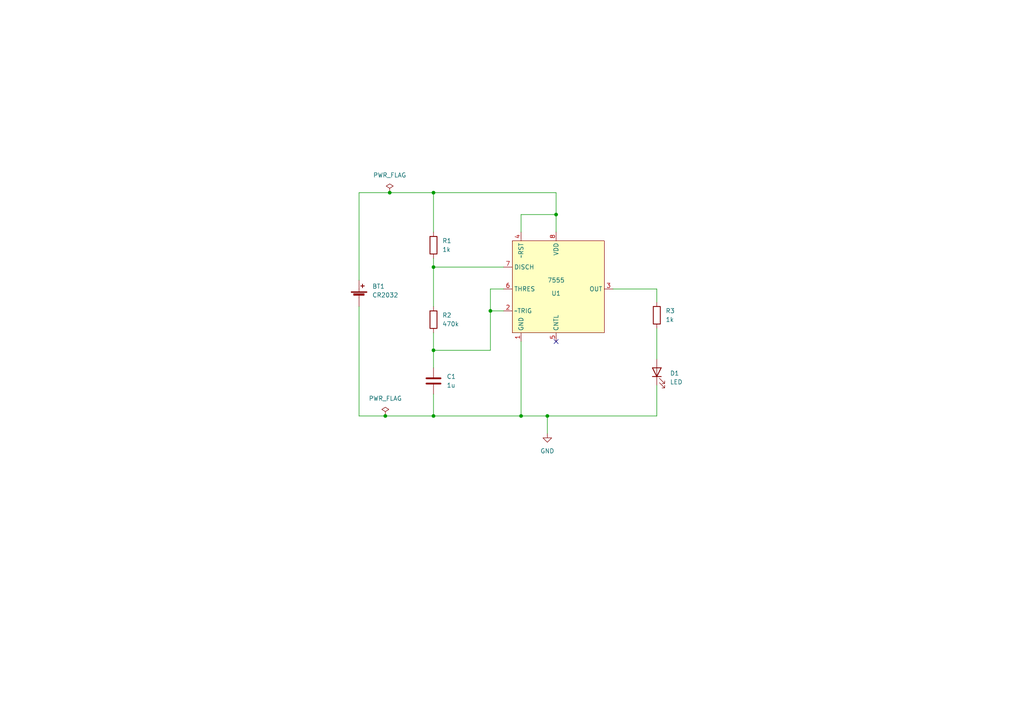
<source format=kicad_sch>
(kicad_sch (version 20211123) (generator eeschema)
  (paper "A4")
  (title_block (title "Getting to blinky") (date "2022-06-11") (rev "0"))
  (lib_symbols
    (symbol "Device:Battery_Cell" (pin_numbers hide) (pin_names (offset 0) hide)
      (property "Reference" "BT" (at 2.54 2.54 0))
      (property "Value" "Battery_Cell" (at 2.54 0 0))
      (symbol "Battery_Cell_0_1"
        (rectangle (start -2.286 1.778) (end 2.286 1.524) (fill (type outline)))
        (rectangle (start -1.5748 1.1938) (end 1.4732 0.6858) (fill (type outline)))
        (polyline (pts (xy 0 0.762) (xy 0 0)))
        (polyline (pts (xy 0 1.778) (xy 0 2.54)))
        (polyline (pts (xy 0.508 3.429) (xy 1.524 3.429)) (stroke (width 0.254)))
        (polyline (pts (xy 1.016 3.937) (xy 1.016 2.921)) (stroke (width 0.254)))
      )
      (symbol "Battery_Cell_1_1"
        (pin passive line (at 0 5.08 270) (length 2.54) (name "+") (number "1"))
        (pin passive line (at 0 -2.54 90) (length 2.54) (name "-") (number "2"))
      )
    )
    (symbol "Device:C" (pin_numbers hide) (pin_names (offset 0.254))
      (property "Reference" "C" (at 0.635 2.54 0))
      (property "Value" "C" (at 0.635 -2.54 0))
      (symbol "C_0_1"
        (polyline (pts (xy -2.032 -0.762) (xy 2.032 -0.762)) (stroke (width 0.508)))
        (polyline (pts (xy -2.032 0.762) (xy 2.032 0.762)) (stroke (width 0.508)))
      )
      (symbol "C_1_1"
        (pin passive line (at 0 3.81 270) (length 2.794) (name "~") (number "1"))
        (pin passive line (at 0 -3.81 90) (length 2.794) (name "~") (number "2"))
      )
    )
    (symbol "Device:LED" (pin_numbers hide) (pin_names (offset 1.016) hide)
      (property "Reference" "D" (at 0 2.54 0))
      (property "Value" "LED" (at 0 -2.54 0))
      (symbol "LED_0_1"
        (polyline (pts (xy -1.27 -1.27) (xy -1.27 1.27)) (stroke (width 0.254)))
        (polyline (pts (xy -1.27 0) (xy 1.27 0)))
        (polyline (pts (xy 1.27 -1.27) (xy 1.27 1.27) (xy -1.27 0) (xy 1.27 -1.27)) (stroke (width 0.254)))
        (polyline (pts (xy -3.048 -0.762) (xy -4.572 -2.286) (xy -3.81 -2.286) (xy -4.572 -2.286) (xy -4.572 -1.524)))
        (polyline (pts (xy -1.778 -0.762) (xy -3.302 -2.286) (xy -2.54 -2.286) (xy -3.302 -2.286) (xy -3.302 -1.524)))
      )
      (symbol "LED_1_1"
        (pin passive line (at -3.81 0 0) (length 2.54) (name "K") (number "1"))
        (pin passive line (at 3.81 0 180) (length 2.54) (name "A") (number "2"))
      )
    )
    (symbol "Device:R" (pin_numbers hide) (pin_names (offset 0))
      (property "Reference" "R" (at 2.032 0 90))
      (property "Value" "R" (at 0 0 90))
      (symbol "R_0_1"
        (rectangle (start -1.016 -2.54) (end 1.016 2.54) (stroke (width 0.254)))
      )
      (symbol "R_1_1"
        (pin passive line (at 0 3.81 270) (length 1.27) (name "~") (number "1"))
        (pin passive line (at 0 -3.81 90) (length 1.27) (name "~") (number "2"))
      )
    )
    (symbol "power:GND" (power) (pin_names (offset 0))
      (property "Value" "GND" (at 0 -3.81 0))
      (symbol "GND_0_1"
        (polyline (pts (xy 0 0) (xy 0 -1.27) (xy 1.27 -1.27) (xy 0 -2.54) (xy -1.27 -1.27) (xy 0 -1.27)))
      )
      (symbol "GND_1_1"
        (pin power_in line (at 0 0 270) (length 0) hide (name "GND") (number "1"))
      )
    )
    (symbol "power:PWR_FLAG" (power) (pin_numbers hide) (pin_names (offset 0) hide)
      (property "Value" "PWR_FLAG" (at 0 3.81 0))
      (symbol "PWR_FLAG_0_0"
        (pin power_out line (at 0 0 90) (length 0) (name "pwr") (number "1"))
      )
      (symbol "PWR_FLAG_0_1"
        (polyline (pts (xy 0 0) (xy 0 1.27) (xy -1.016 1.905) (xy 0 2.54) (xy 1.016 1.905) (xy 0 1.27)))
      )
    )
    (symbol "projlib:7555"
      (property "Reference" "U" (at 0 -2.54 0))
      (property "Value" "7555" (at 0 0 0))
      (symbol "7555_0_0"
        (pin input line (at 0 -15.24 90) (length 2.54) (name "CNTL") (number "5"))
        (pin input line (at -15.24 0 0) (length 2.54) (name "THRES") (number "6"))
        (pin input line (at -15.24 6.35 0) (length 2.54) (name "DISCH") (number "7"))
        (pin input line (at 0 16.51 270) (length 2.54) (name "VDD") (number "8"))
      )
      (symbol "7555_0_1"
        (rectangle (start -12.7 13.97) (end 13.97 -12.7) (fill (type background)))
      )
      (symbol "7555_1_1"
        (pin power_in line (at -10.16 -15.24 90) (length 2.54) (name "GND") (number "1"))
        (pin input line (at -15.24 -6.35 0) (length 2.54) (name "~TRIG") (number "2"))
        (pin output line (at 16.51 0 180) (length 2.54) (name "OUT") (number "3"))
        (pin input line (at -10.16 16.51 270) (length 2.54) (name "~RST") (number "4"))
      )
    )
  )
  (junction (at 111.76 120.65))
  (junction (at 125.73 55.88))
  (junction (at 125.73 101.6))
  (junction (at 158.75 120.65))
  (junction (at 142.24 90.17))
  (junction (at 125.73 77.47))
  (junction (at 151.13 120.65))
  (junction (at 113.03 55.88))
  (junction (at 125.73 120.65))
  (junction (at 161.29 62.23))
  (no_connect (at 161.29 99.06))
  (wire (pts (xy 151.13 120.65) (xy 158.75 120.65)))
  (wire (pts (xy 177.8 83.82) (xy 190.5 83.82)))
  (wire (pts (xy 146.05 77.47) (xy 125.73 77.47)))
  (wire (pts (xy 158.75 120.65) (xy 158.75 125.73)))
  (wire (pts (xy 142.24 90.17) (xy 142.24 101.6)))
  (wire (pts (xy 151.13 62.23) (xy 161.29 62.23)))
  (wire (pts (xy 104.14 55.88) (xy 113.03 55.88)))
  (wire (pts (xy 190.5 83.82) (xy 190.5 87.63)))
  (wire (pts (xy 151.13 120.65) (xy 125.73 120.65)))
  (wire (pts (xy 151.13 99.06) (xy 151.13 120.65)))
  (wire (pts (xy 125.73 55.88) (xy 161.29 55.88)))
  (wire (pts (xy 113.03 55.88) (xy 125.73 55.88)))
  (wire (pts (xy 146.05 83.82) (xy 142.24 83.82)))
  (wire (pts (xy 104.14 120.65) (xy 104.14 88.9)))
  (wire (pts (xy 125.73 120.65) (xy 111.76 120.65)))
  (wire (pts (xy 125.73 77.47) (xy 125.73 88.9)))
  (wire (pts (xy 125.73 101.6) (xy 125.73 106.68)))
  (wire (pts (xy 125.73 96.52) (xy 125.73 101.6)))
  (wire (pts (xy 125.73 74.93) (xy 125.73 77.47)))
  (wire (pts (xy 161.29 55.88) (xy 161.29 62.23)))
  (wire (pts (xy 142.24 83.82) (xy 142.24 90.17)))
  (wire (pts (xy 111.76 120.65) (xy 104.14 120.65)))
  (wire (pts (xy 125.73 101.6) (xy 142.24 101.6)))
  (wire (pts (xy 190.5 95.25) (xy 190.5 104.14)))
  (wire (pts (xy 142.24 90.17) (xy 146.05 90.17)))
  (wire (pts (xy 161.29 62.23) (xy 161.29 67.31)))
  (wire (pts (xy 125.73 55.88) (xy 125.73 67.31)))
  (wire (pts (xy 104.14 81.28) (xy 104.14 55.88)))
  (wire (pts (xy 190.5 111.76) (xy 190.5 120.65)))
  (wire (pts (xy 151.13 67.31) (xy 151.13 62.23)))
  (wire (pts (xy 158.75 120.65) (xy 190.5 120.65)))
  (wire (pts (xy 125.73 114.3) (xy 125.73 120.65)))
  (symbol (lib_id "Device:Battery_Cell") (at 104.14 86.36 0) (unit 1)
    (property "Reference" "BT1" (at 107.95 83.0579 0) (effects (justify left)))
    (property "Value" "CR2032" (at 107.95 85.5979 0) (effects (justify left)))
  )
  (symbol (lib_id "power:PWR_FLAG") (at 113.03 55.88 0) (unit 1)
    (property "Reference" "#FLG0101" (effects hide))
    (property "Value" "PWR_FLAG" (at 113.03 50.8 0))
  )
  (symbol (lib_id "Device:LED") (at 190.5 107.95 90) (unit 1)
    (property "Reference" "D1" (at 194.31 108.2674 90) (effects (justify right)))
    (property "Value" "LED" (at 194.31 110.8074 90) (effects (justify right)))
  )
  (symbol (lib_id "Device:C") (at 125.73 110.49 0) (unit 1)
    (property "Reference" "C1" (at 129.54 109.2199 0) (effects (justify left)))
    (property "Value" "1u" (at 129.54 111.7599 0) (effects (justify left)))
  )
  (symbol (lib_id "Device:R") (at 190.5 91.44 0) (unit 1)
    (property "Reference" "R3" (at 193.04 90.1699 0) (effects (justify left)))
    (property "Value" "1k" (at 193.04 92.7099 0) (effects (justify left)))
  )
  (symbol (lib_id "projlib:7555") (at 161.29 83.82 0) (unit 1)
    (property "Reference" "U1" (at 161.29 85.09 0))
    (property "Value" "7555" (at 161.29 81.28 0))
  )
  (symbol (lib_id "Device:R") (at 125.73 92.71 0) (unit 1)
    (property "Reference" "R2" (at 128.27 91.4399 0) (effects (justify left)))
    (property "Value" "470k" (at 128.27 93.9799 0) (effects (justify left)))
  )
  (symbol (lib_id "power:PWR_FLAG") (at 111.76 120.65 0) (unit 1)
    (property "Reference" "#FLG0102" (effects hide))
    (property "Value" "PWR_FLAG" (at 111.76 115.57 0))
  )
  (symbol (lib_id "power:GND") (at 158.75 125.73 0) (unit 1)
    (property "Reference" "#PWR01" (effects hide))
    (property "Value" "GND" (at 158.75 130.81 0))
  )
  (symbol (lib_id "Device:R") (at 125.73 71.12 0) (unit 1)
    (property "Reference" "R1" (at 128.27 69.8499 0) (effects (justify left)))
    (property "Value" "1k" (at 128.27 72.3899 0) (effects (justify left)))
  )
)
</source>
